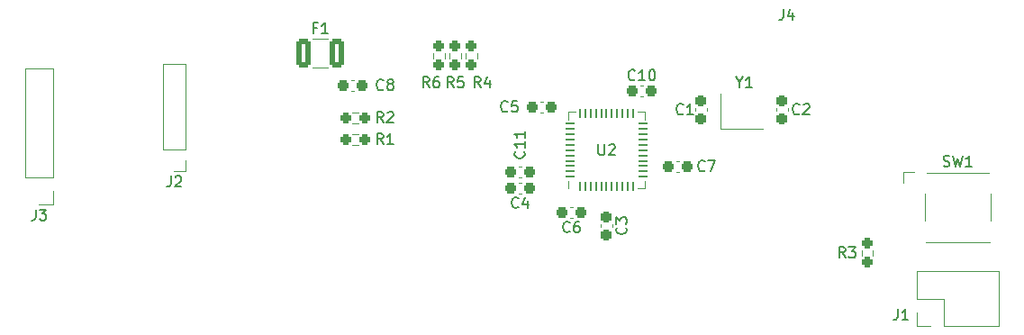
<source format=gto>
%TF.GenerationSoftware,KiCad,Pcbnew,7.0.7*%
%TF.CreationDate,2023-10-21T14:21:19+02:00*%
%TF.ProjectId,G84-4100,4738342d-3431-4303-902e-6b696361645f,rev?*%
%TF.SameCoordinates,Original*%
%TF.FileFunction,Legend,Top*%
%TF.FilePolarity,Positive*%
%FSLAX46Y46*%
G04 Gerber Fmt 4.6, Leading zero omitted, Abs format (unit mm)*
G04 Created by KiCad (PCBNEW 7.0.7) date 2023-10-21 14:21:19*
%MOMM*%
%LPD*%
G01*
G04 APERTURE LIST*
G04 Aperture macros list*
%AMRoundRect*
0 Rectangle with rounded corners*
0 $1 Rounding radius*
0 $2 $3 $4 $5 $6 $7 $8 $9 X,Y pos of 4 corners*
0 Add a 4 corners polygon primitive as box body*
4,1,4,$2,$3,$4,$5,$6,$7,$8,$9,$2,$3,0*
0 Add four circle primitives for the rounded corners*
1,1,$1+$1,$2,$3*
1,1,$1+$1,$4,$5*
1,1,$1+$1,$6,$7*
1,1,$1+$1,$8,$9*
0 Add four rect primitives between the rounded corners*
20,1,$1+$1,$2,$3,$4,$5,0*
20,1,$1+$1,$4,$5,$6,$7,0*
20,1,$1+$1,$6,$7,$8,$9,0*
20,1,$1+$1,$8,$9,$2,$3,0*%
G04 Aperture macros list end*
%ADD10C,0.150000*%
%ADD11C,0.120000*%
%ADD12C,0.300000*%
%ADD13RoundRect,0.237500X-0.300000X-0.237500X0.300000X-0.237500X0.300000X0.237500X-0.300000X0.237500X0*%
%ADD14C,3.200000*%
%ADD15RoundRect,0.237500X-0.237500X0.300000X-0.237500X-0.300000X0.237500X-0.300000X0.237500X0.300000X0*%
%ADD16R,1.700000X1.700000*%
%ADD17O,1.700000X1.700000*%
%ADD18RoundRect,0.237500X-0.237500X0.250000X-0.237500X-0.250000X0.237500X-0.250000X0.237500X0.250000X0*%
%ADD19R,1.600000X1.400000*%
%ADD20R,1.400000X1.200000*%
%ADD21RoundRect,0.237500X0.300000X0.237500X-0.300000X0.237500X-0.300000X-0.237500X0.300000X-0.237500X0*%
%ADD22RoundRect,0.237500X-0.250000X-0.237500X0.250000X-0.237500X0.250000X0.237500X-0.250000X0.237500X0*%
%ADD23RoundRect,0.237500X0.237500X-0.250000X0.237500X0.250000X-0.237500X0.250000X-0.237500X-0.250000X0*%
%ADD24RoundRect,0.250000X-0.400000X-1.075000X0.400000X-1.075000X0.400000X1.075000X-0.400000X1.075000X0*%
%ADD25R,1.350000X1.350000*%
%ADD26O,1.350000X1.350000*%
%ADD27RoundRect,0.062500X0.062500X-0.375000X0.062500X0.375000X-0.062500X0.375000X-0.062500X-0.375000X0*%
%ADD28RoundRect,0.062500X0.375000X-0.062500X0.375000X0.062500X-0.375000X0.062500X-0.375000X-0.062500X0*%
%ADD29R,1.000000X1.000000*%
%ADD30O,1.000000X1.000000*%
%ADD31RoundRect,0.237500X0.237500X-0.300000X0.237500X0.300000X-0.237500X0.300000X-0.237500X-0.300000X0*%
G04 APERTURE END LIST*
D10*
X157091142Y-67001580D02*
X157043523Y-67049200D01*
X157043523Y-67049200D02*
X156900666Y-67096819D01*
X156900666Y-67096819D02*
X156805428Y-67096819D01*
X156805428Y-67096819D02*
X156662571Y-67049200D01*
X156662571Y-67049200D02*
X156567333Y-66953961D01*
X156567333Y-66953961D02*
X156519714Y-66858723D01*
X156519714Y-66858723D02*
X156472095Y-66668247D01*
X156472095Y-66668247D02*
X156472095Y-66525390D01*
X156472095Y-66525390D02*
X156519714Y-66334914D01*
X156519714Y-66334914D02*
X156567333Y-66239676D01*
X156567333Y-66239676D02*
X156662571Y-66144438D01*
X156662571Y-66144438D02*
X156805428Y-66096819D01*
X156805428Y-66096819D02*
X156900666Y-66096819D01*
X156900666Y-66096819D02*
X157043523Y-66144438D01*
X157043523Y-66144438D02*
X157091142Y-66192057D01*
X158043523Y-67096819D02*
X157472095Y-67096819D01*
X157757809Y-67096819D02*
X157757809Y-66096819D01*
X157757809Y-66096819D02*
X157662571Y-66239676D01*
X157662571Y-66239676D02*
X157567333Y-66334914D01*
X157567333Y-66334914D02*
X157472095Y-66382533D01*
X158662571Y-66096819D02*
X158757809Y-66096819D01*
X158757809Y-66096819D02*
X158853047Y-66144438D01*
X158853047Y-66144438D02*
X158900666Y-66192057D01*
X158900666Y-66192057D02*
X158948285Y-66287295D01*
X158948285Y-66287295D02*
X158995904Y-66477771D01*
X158995904Y-66477771D02*
X158995904Y-66715866D01*
X158995904Y-66715866D02*
X158948285Y-66906342D01*
X158948285Y-66906342D02*
X158900666Y-67001580D01*
X158900666Y-67001580D02*
X158853047Y-67049200D01*
X158853047Y-67049200D02*
X158757809Y-67096819D01*
X158757809Y-67096819D02*
X158662571Y-67096819D01*
X158662571Y-67096819D02*
X158567333Y-67049200D01*
X158567333Y-67049200D02*
X158519714Y-67001580D01*
X158519714Y-67001580D02*
X158472095Y-66906342D01*
X158472095Y-66906342D02*
X158424476Y-66715866D01*
X158424476Y-66715866D02*
X158424476Y-66477771D01*
X158424476Y-66477771D02*
X158472095Y-66287295D01*
X158472095Y-66287295D02*
X158519714Y-66192057D01*
X158519714Y-66192057D02*
X158567333Y-66144438D01*
X158567333Y-66144438D02*
X158662571Y-66096819D01*
X172553333Y-70209580D02*
X172505714Y-70257200D01*
X172505714Y-70257200D02*
X172362857Y-70304819D01*
X172362857Y-70304819D02*
X172267619Y-70304819D01*
X172267619Y-70304819D02*
X172124762Y-70257200D01*
X172124762Y-70257200D02*
X172029524Y-70161961D01*
X172029524Y-70161961D02*
X171981905Y-70066723D01*
X171981905Y-70066723D02*
X171934286Y-69876247D01*
X171934286Y-69876247D02*
X171934286Y-69733390D01*
X171934286Y-69733390D02*
X171981905Y-69542914D01*
X171981905Y-69542914D02*
X172029524Y-69447676D01*
X172029524Y-69447676D02*
X172124762Y-69352438D01*
X172124762Y-69352438D02*
X172267619Y-69304819D01*
X172267619Y-69304819D02*
X172362857Y-69304819D01*
X172362857Y-69304819D02*
X172505714Y-69352438D01*
X172505714Y-69352438D02*
X172553333Y-69400057D01*
X172934286Y-69400057D02*
X172981905Y-69352438D01*
X172981905Y-69352438D02*
X173077143Y-69304819D01*
X173077143Y-69304819D02*
X173315238Y-69304819D01*
X173315238Y-69304819D02*
X173410476Y-69352438D01*
X173410476Y-69352438D02*
X173458095Y-69400057D01*
X173458095Y-69400057D02*
X173505714Y-69495295D01*
X173505714Y-69495295D02*
X173505714Y-69590533D01*
X173505714Y-69590533D02*
X173458095Y-69733390D01*
X173458095Y-69733390D02*
X172886667Y-70304819D01*
X172886667Y-70304819D02*
X173505714Y-70304819D01*
X100758666Y-79254819D02*
X100758666Y-79969104D01*
X100758666Y-79969104D02*
X100711047Y-80111961D01*
X100711047Y-80111961D02*
X100615809Y-80207200D01*
X100615809Y-80207200D02*
X100472952Y-80254819D01*
X100472952Y-80254819D02*
X100377714Y-80254819D01*
X101139619Y-79254819D02*
X101758666Y-79254819D01*
X101758666Y-79254819D02*
X101425333Y-79635771D01*
X101425333Y-79635771D02*
X101568190Y-79635771D01*
X101568190Y-79635771D02*
X101663428Y-79683390D01*
X101663428Y-79683390D02*
X101711047Y-79731009D01*
X101711047Y-79731009D02*
X101758666Y-79826247D01*
X101758666Y-79826247D02*
X101758666Y-80064342D01*
X101758666Y-80064342D02*
X101711047Y-80159580D01*
X101711047Y-80159580D02*
X101663428Y-80207200D01*
X101663428Y-80207200D02*
X101568190Y-80254819D01*
X101568190Y-80254819D02*
X101282476Y-80254819D01*
X101282476Y-80254819D02*
X101187238Y-80207200D01*
X101187238Y-80207200D02*
X101139619Y-80159580D01*
X176871333Y-83766819D02*
X176538000Y-83290628D01*
X176299905Y-83766819D02*
X176299905Y-82766819D01*
X176299905Y-82766819D02*
X176680857Y-82766819D01*
X176680857Y-82766819D02*
X176776095Y-82814438D01*
X176776095Y-82814438D02*
X176823714Y-82862057D01*
X176823714Y-82862057D02*
X176871333Y-82957295D01*
X176871333Y-82957295D02*
X176871333Y-83100152D01*
X176871333Y-83100152D02*
X176823714Y-83195390D01*
X176823714Y-83195390D02*
X176776095Y-83243009D01*
X176776095Y-83243009D02*
X176680857Y-83290628D01*
X176680857Y-83290628D02*
X176299905Y-83290628D01*
X177204667Y-82766819D02*
X177823714Y-82766819D01*
X177823714Y-82766819D02*
X177490381Y-83147771D01*
X177490381Y-83147771D02*
X177633238Y-83147771D01*
X177633238Y-83147771D02*
X177728476Y-83195390D01*
X177728476Y-83195390D02*
X177776095Y-83243009D01*
X177776095Y-83243009D02*
X177823714Y-83338247D01*
X177823714Y-83338247D02*
X177823714Y-83576342D01*
X177823714Y-83576342D02*
X177776095Y-83671580D01*
X177776095Y-83671580D02*
X177728476Y-83719200D01*
X177728476Y-83719200D02*
X177633238Y-83766819D01*
X177633238Y-83766819D02*
X177347524Y-83766819D01*
X177347524Y-83766819D02*
X177252286Y-83719200D01*
X177252286Y-83719200D02*
X177204667Y-83671580D01*
X186118667Y-75137200D02*
X186261524Y-75184819D01*
X186261524Y-75184819D02*
X186499619Y-75184819D01*
X186499619Y-75184819D02*
X186594857Y-75137200D01*
X186594857Y-75137200D02*
X186642476Y-75089580D01*
X186642476Y-75089580D02*
X186690095Y-74994342D01*
X186690095Y-74994342D02*
X186690095Y-74899104D01*
X186690095Y-74899104D02*
X186642476Y-74803866D01*
X186642476Y-74803866D02*
X186594857Y-74756247D01*
X186594857Y-74756247D02*
X186499619Y-74708628D01*
X186499619Y-74708628D02*
X186309143Y-74661009D01*
X186309143Y-74661009D02*
X186213905Y-74613390D01*
X186213905Y-74613390D02*
X186166286Y-74565771D01*
X186166286Y-74565771D02*
X186118667Y-74470533D01*
X186118667Y-74470533D02*
X186118667Y-74375295D01*
X186118667Y-74375295D02*
X186166286Y-74280057D01*
X186166286Y-74280057D02*
X186213905Y-74232438D01*
X186213905Y-74232438D02*
X186309143Y-74184819D01*
X186309143Y-74184819D02*
X186547238Y-74184819D01*
X186547238Y-74184819D02*
X186690095Y-74232438D01*
X187023429Y-74184819D02*
X187261524Y-75184819D01*
X187261524Y-75184819D02*
X187452000Y-74470533D01*
X187452000Y-74470533D02*
X187642476Y-75184819D01*
X187642476Y-75184819D02*
X187880572Y-74184819D01*
X188785333Y-75184819D02*
X188213905Y-75184819D01*
X188499619Y-75184819D02*
X188499619Y-74184819D01*
X188499619Y-74184819D02*
X188404381Y-74327676D01*
X188404381Y-74327676D02*
X188309143Y-74422914D01*
X188309143Y-74422914D02*
X188213905Y-74470533D01*
X166909809Y-67288628D02*
X166909809Y-67764819D01*
X166576476Y-66764819D02*
X166909809Y-67288628D01*
X166909809Y-67288628D02*
X167243142Y-66764819D01*
X168100285Y-67764819D02*
X167528857Y-67764819D01*
X167814571Y-67764819D02*
X167814571Y-66764819D01*
X167814571Y-66764819D02*
X167719333Y-66907676D01*
X167719333Y-66907676D02*
X167624095Y-67002914D01*
X167624095Y-67002914D02*
X167528857Y-67050533D01*
X150963333Y-81291580D02*
X150915714Y-81339200D01*
X150915714Y-81339200D02*
X150772857Y-81386819D01*
X150772857Y-81386819D02*
X150677619Y-81386819D01*
X150677619Y-81386819D02*
X150534762Y-81339200D01*
X150534762Y-81339200D02*
X150439524Y-81243961D01*
X150439524Y-81243961D02*
X150391905Y-81148723D01*
X150391905Y-81148723D02*
X150344286Y-80958247D01*
X150344286Y-80958247D02*
X150344286Y-80815390D01*
X150344286Y-80815390D02*
X150391905Y-80624914D01*
X150391905Y-80624914D02*
X150439524Y-80529676D01*
X150439524Y-80529676D02*
X150534762Y-80434438D01*
X150534762Y-80434438D02*
X150677619Y-80386819D01*
X150677619Y-80386819D02*
X150772857Y-80386819D01*
X150772857Y-80386819D02*
X150915714Y-80434438D01*
X150915714Y-80434438D02*
X150963333Y-80482057D01*
X151820476Y-80386819D02*
X151630000Y-80386819D01*
X151630000Y-80386819D02*
X151534762Y-80434438D01*
X151534762Y-80434438D02*
X151487143Y-80482057D01*
X151487143Y-80482057D02*
X151391905Y-80624914D01*
X151391905Y-80624914D02*
X151344286Y-80815390D01*
X151344286Y-80815390D02*
X151344286Y-81196342D01*
X151344286Y-81196342D02*
X151391905Y-81291580D01*
X151391905Y-81291580D02*
X151439524Y-81339200D01*
X151439524Y-81339200D02*
X151534762Y-81386819D01*
X151534762Y-81386819D02*
X151725238Y-81386819D01*
X151725238Y-81386819D02*
X151820476Y-81339200D01*
X151820476Y-81339200D02*
X151868095Y-81291580D01*
X151868095Y-81291580D02*
X151915714Y-81196342D01*
X151915714Y-81196342D02*
X151915714Y-80958247D01*
X151915714Y-80958247D02*
X151868095Y-80863009D01*
X151868095Y-80863009D02*
X151820476Y-80815390D01*
X151820476Y-80815390D02*
X151725238Y-80767771D01*
X151725238Y-80767771D02*
X151534762Y-80767771D01*
X151534762Y-80767771D02*
X151439524Y-80815390D01*
X151439524Y-80815390D02*
X151391905Y-80863009D01*
X151391905Y-80863009D02*
X151344286Y-80958247D01*
X133437333Y-71066819D02*
X133104000Y-70590628D01*
X132865905Y-71066819D02*
X132865905Y-70066819D01*
X132865905Y-70066819D02*
X133246857Y-70066819D01*
X133246857Y-70066819D02*
X133342095Y-70114438D01*
X133342095Y-70114438D02*
X133389714Y-70162057D01*
X133389714Y-70162057D02*
X133437333Y-70257295D01*
X133437333Y-70257295D02*
X133437333Y-70400152D01*
X133437333Y-70400152D02*
X133389714Y-70495390D01*
X133389714Y-70495390D02*
X133342095Y-70543009D01*
X133342095Y-70543009D02*
X133246857Y-70590628D01*
X133246857Y-70590628D02*
X132865905Y-70590628D01*
X133818286Y-70162057D02*
X133865905Y-70114438D01*
X133865905Y-70114438D02*
X133961143Y-70066819D01*
X133961143Y-70066819D02*
X134199238Y-70066819D01*
X134199238Y-70066819D02*
X134294476Y-70114438D01*
X134294476Y-70114438D02*
X134342095Y-70162057D01*
X134342095Y-70162057D02*
X134389714Y-70257295D01*
X134389714Y-70257295D02*
X134389714Y-70352533D01*
X134389714Y-70352533D02*
X134342095Y-70495390D01*
X134342095Y-70495390D02*
X133770667Y-71066819D01*
X133770667Y-71066819D02*
X134389714Y-71066819D01*
X145121333Y-69955580D02*
X145073714Y-70003200D01*
X145073714Y-70003200D02*
X144930857Y-70050819D01*
X144930857Y-70050819D02*
X144835619Y-70050819D01*
X144835619Y-70050819D02*
X144692762Y-70003200D01*
X144692762Y-70003200D02*
X144597524Y-69907961D01*
X144597524Y-69907961D02*
X144549905Y-69812723D01*
X144549905Y-69812723D02*
X144502286Y-69622247D01*
X144502286Y-69622247D02*
X144502286Y-69479390D01*
X144502286Y-69479390D02*
X144549905Y-69288914D01*
X144549905Y-69288914D02*
X144597524Y-69193676D01*
X144597524Y-69193676D02*
X144692762Y-69098438D01*
X144692762Y-69098438D02*
X144835619Y-69050819D01*
X144835619Y-69050819D02*
X144930857Y-69050819D01*
X144930857Y-69050819D02*
X145073714Y-69098438D01*
X145073714Y-69098438D02*
X145121333Y-69146057D01*
X146026095Y-69050819D02*
X145549905Y-69050819D01*
X145549905Y-69050819D02*
X145502286Y-69527009D01*
X145502286Y-69527009D02*
X145549905Y-69479390D01*
X145549905Y-69479390D02*
X145645143Y-69431771D01*
X145645143Y-69431771D02*
X145883238Y-69431771D01*
X145883238Y-69431771D02*
X145978476Y-69479390D01*
X145978476Y-69479390D02*
X146026095Y-69527009D01*
X146026095Y-69527009D02*
X146073714Y-69622247D01*
X146073714Y-69622247D02*
X146073714Y-69860342D01*
X146073714Y-69860342D02*
X146026095Y-69955580D01*
X146026095Y-69955580D02*
X145978476Y-70003200D01*
X145978476Y-70003200D02*
X145883238Y-70050819D01*
X145883238Y-70050819D02*
X145645143Y-70050819D01*
X145645143Y-70050819D02*
X145549905Y-70003200D01*
X145549905Y-70003200D02*
X145502286Y-69955580D01*
X146137333Y-79005580D02*
X146089714Y-79053200D01*
X146089714Y-79053200D02*
X145946857Y-79100819D01*
X145946857Y-79100819D02*
X145851619Y-79100819D01*
X145851619Y-79100819D02*
X145708762Y-79053200D01*
X145708762Y-79053200D02*
X145613524Y-78957961D01*
X145613524Y-78957961D02*
X145565905Y-78862723D01*
X145565905Y-78862723D02*
X145518286Y-78672247D01*
X145518286Y-78672247D02*
X145518286Y-78529390D01*
X145518286Y-78529390D02*
X145565905Y-78338914D01*
X145565905Y-78338914D02*
X145613524Y-78243676D01*
X145613524Y-78243676D02*
X145708762Y-78148438D01*
X145708762Y-78148438D02*
X145851619Y-78100819D01*
X145851619Y-78100819D02*
X145946857Y-78100819D01*
X145946857Y-78100819D02*
X146089714Y-78148438D01*
X146089714Y-78148438D02*
X146137333Y-78196057D01*
X146994476Y-78434152D02*
X146994476Y-79100819D01*
X146756381Y-78053200D02*
X146518286Y-78767485D01*
X146518286Y-78767485D02*
X147137333Y-78767485D01*
X146663580Y-73794857D02*
X146711200Y-73842476D01*
X146711200Y-73842476D02*
X146758819Y-73985333D01*
X146758819Y-73985333D02*
X146758819Y-74080571D01*
X146758819Y-74080571D02*
X146711200Y-74223428D01*
X146711200Y-74223428D02*
X146615961Y-74318666D01*
X146615961Y-74318666D02*
X146520723Y-74366285D01*
X146520723Y-74366285D02*
X146330247Y-74413904D01*
X146330247Y-74413904D02*
X146187390Y-74413904D01*
X146187390Y-74413904D02*
X145996914Y-74366285D01*
X145996914Y-74366285D02*
X145901676Y-74318666D01*
X145901676Y-74318666D02*
X145806438Y-74223428D01*
X145806438Y-74223428D02*
X145758819Y-74080571D01*
X145758819Y-74080571D02*
X145758819Y-73985333D01*
X145758819Y-73985333D02*
X145806438Y-73842476D01*
X145806438Y-73842476D02*
X145854057Y-73794857D01*
X146758819Y-72842476D02*
X146758819Y-73413904D01*
X146758819Y-73128190D02*
X145758819Y-73128190D01*
X145758819Y-73128190D02*
X145901676Y-73223428D01*
X145901676Y-73223428D02*
X145996914Y-73318666D01*
X145996914Y-73318666D02*
X146044533Y-73413904D01*
X146758819Y-71890095D02*
X146758819Y-72461523D01*
X146758819Y-72175809D02*
X145758819Y-72175809D01*
X145758819Y-72175809D02*
X145901676Y-72271047D01*
X145901676Y-72271047D02*
X145996914Y-72366285D01*
X145996914Y-72366285D02*
X146044533Y-72461523D01*
X163663333Y-75543580D02*
X163615714Y-75591200D01*
X163615714Y-75591200D02*
X163472857Y-75638819D01*
X163472857Y-75638819D02*
X163377619Y-75638819D01*
X163377619Y-75638819D02*
X163234762Y-75591200D01*
X163234762Y-75591200D02*
X163139524Y-75495961D01*
X163139524Y-75495961D02*
X163091905Y-75400723D01*
X163091905Y-75400723D02*
X163044286Y-75210247D01*
X163044286Y-75210247D02*
X163044286Y-75067390D01*
X163044286Y-75067390D02*
X163091905Y-74876914D01*
X163091905Y-74876914D02*
X163139524Y-74781676D01*
X163139524Y-74781676D02*
X163234762Y-74686438D01*
X163234762Y-74686438D02*
X163377619Y-74638819D01*
X163377619Y-74638819D02*
X163472857Y-74638819D01*
X163472857Y-74638819D02*
X163615714Y-74686438D01*
X163615714Y-74686438D02*
X163663333Y-74734057D01*
X163996667Y-74638819D02*
X164663333Y-74638819D01*
X164663333Y-74638819D02*
X164234762Y-75638819D01*
X181784666Y-88608819D02*
X181784666Y-89323104D01*
X181784666Y-89323104D02*
X181737047Y-89465961D01*
X181737047Y-89465961D02*
X181641809Y-89561200D01*
X181641809Y-89561200D02*
X181498952Y-89608819D01*
X181498952Y-89608819D02*
X181403714Y-89608819D01*
X182784666Y-89608819D02*
X182213238Y-89608819D01*
X182498952Y-89608819D02*
X182498952Y-88608819D01*
X182498952Y-88608819D02*
X182403714Y-88751676D01*
X182403714Y-88751676D02*
X182308476Y-88846914D01*
X182308476Y-88846914D02*
X182213238Y-88894533D01*
X142581333Y-67764819D02*
X142248000Y-67288628D01*
X142009905Y-67764819D02*
X142009905Y-66764819D01*
X142009905Y-66764819D02*
X142390857Y-66764819D01*
X142390857Y-66764819D02*
X142486095Y-66812438D01*
X142486095Y-66812438D02*
X142533714Y-66860057D01*
X142533714Y-66860057D02*
X142581333Y-66955295D01*
X142581333Y-66955295D02*
X142581333Y-67098152D01*
X142581333Y-67098152D02*
X142533714Y-67193390D01*
X142533714Y-67193390D02*
X142486095Y-67241009D01*
X142486095Y-67241009D02*
X142390857Y-67288628D01*
X142390857Y-67288628D02*
X142009905Y-67288628D01*
X143438476Y-67098152D02*
X143438476Y-67764819D01*
X143200381Y-66717200D02*
X142962286Y-67431485D01*
X142962286Y-67431485D02*
X143581333Y-67431485D01*
X137755333Y-67764819D02*
X137422000Y-67288628D01*
X137183905Y-67764819D02*
X137183905Y-66764819D01*
X137183905Y-66764819D02*
X137564857Y-66764819D01*
X137564857Y-66764819D02*
X137660095Y-66812438D01*
X137660095Y-66812438D02*
X137707714Y-66860057D01*
X137707714Y-66860057D02*
X137755333Y-66955295D01*
X137755333Y-66955295D02*
X137755333Y-67098152D01*
X137755333Y-67098152D02*
X137707714Y-67193390D01*
X137707714Y-67193390D02*
X137660095Y-67241009D01*
X137660095Y-67241009D02*
X137564857Y-67288628D01*
X137564857Y-67288628D02*
X137183905Y-67288628D01*
X138612476Y-66764819D02*
X138422000Y-66764819D01*
X138422000Y-66764819D02*
X138326762Y-66812438D01*
X138326762Y-66812438D02*
X138279143Y-66860057D01*
X138279143Y-66860057D02*
X138183905Y-67002914D01*
X138183905Y-67002914D02*
X138136286Y-67193390D01*
X138136286Y-67193390D02*
X138136286Y-67574342D01*
X138136286Y-67574342D02*
X138183905Y-67669580D01*
X138183905Y-67669580D02*
X138231524Y-67717200D01*
X138231524Y-67717200D02*
X138326762Y-67764819D01*
X138326762Y-67764819D02*
X138517238Y-67764819D01*
X138517238Y-67764819D02*
X138612476Y-67717200D01*
X138612476Y-67717200D02*
X138660095Y-67669580D01*
X138660095Y-67669580D02*
X138707714Y-67574342D01*
X138707714Y-67574342D02*
X138707714Y-67336247D01*
X138707714Y-67336247D02*
X138660095Y-67241009D01*
X138660095Y-67241009D02*
X138612476Y-67193390D01*
X138612476Y-67193390D02*
X138517238Y-67145771D01*
X138517238Y-67145771D02*
X138326762Y-67145771D01*
X138326762Y-67145771D02*
X138231524Y-67193390D01*
X138231524Y-67193390D02*
X138183905Y-67241009D01*
X138183905Y-67241009D02*
X138136286Y-67336247D01*
X127174666Y-62167009D02*
X126841333Y-62167009D01*
X126841333Y-62690819D02*
X126841333Y-61690819D01*
X126841333Y-61690819D02*
X127317523Y-61690819D01*
X128222285Y-62690819D02*
X127650857Y-62690819D01*
X127936571Y-62690819D02*
X127936571Y-61690819D01*
X127936571Y-61690819D02*
X127841333Y-61833676D01*
X127841333Y-61833676D02*
X127746095Y-61928914D01*
X127746095Y-61928914D02*
X127650857Y-61976533D01*
X133437333Y-73098819D02*
X133104000Y-72622628D01*
X132865905Y-73098819D02*
X132865905Y-72098819D01*
X132865905Y-72098819D02*
X133246857Y-72098819D01*
X133246857Y-72098819D02*
X133342095Y-72146438D01*
X133342095Y-72146438D02*
X133389714Y-72194057D01*
X133389714Y-72194057D02*
X133437333Y-72289295D01*
X133437333Y-72289295D02*
X133437333Y-72432152D01*
X133437333Y-72432152D02*
X133389714Y-72527390D01*
X133389714Y-72527390D02*
X133342095Y-72575009D01*
X133342095Y-72575009D02*
X133246857Y-72622628D01*
X133246857Y-72622628D02*
X132865905Y-72622628D01*
X134389714Y-73098819D02*
X133818286Y-73098819D01*
X134104000Y-73098819D02*
X134104000Y-72098819D01*
X134104000Y-72098819D02*
X134008762Y-72241676D01*
X134008762Y-72241676D02*
X133913524Y-72336914D01*
X133913524Y-72336914D02*
X133818286Y-72384533D01*
X140041333Y-67764819D02*
X139708000Y-67288628D01*
X139469905Y-67764819D02*
X139469905Y-66764819D01*
X139469905Y-66764819D02*
X139850857Y-66764819D01*
X139850857Y-66764819D02*
X139946095Y-66812438D01*
X139946095Y-66812438D02*
X139993714Y-66860057D01*
X139993714Y-66860057D02*
X140041333Y-66955295D01*
X140041333Y-66955295D02*
X140041333Y-67098152D01*
X140041333Y-67098152D02*
X139993714Y-67193390D01*
X139993714Y-67193390D02*
X139946095Y-67241009D01*
X139946095Y-67241009D02*
X139850857Y-67288628D01*
X139850857Y-67288628D02*
X139469905Y-67288628D01*
X140946095Y-66764819D02*
X140469905Y-66764819D01*
X140469905Y-66764819D02*
X140422286Y-67241009D01*
X140422286Y-67241009D02*
X140469905Y-67193390D01*
X140469905Y-67193390D02*
X140565143Y-67145771D01*
X140565143Y-67145771D02*
X140803238Y-67145771D01*
X140803238Y-67145771D02*
X140898476Y-67193390D01*
X140898476Y-67193390D02*
X140946095Y-67241009D01*
X140946095Y-67241009D02*
X140993714Y-67336247D01*
X140993714Y-67336247D02*
X140993714Y-67574342D01*
X140993714Y-67574342D02*
X140946095Y-67669580D01*
X140946095Y-67669580D02*
X140898476Y-67717200D01*
X140898476Y-67717200D02*
X140803238Y-67764819D01*
X140803238Y-67764819D02*
X140565143Y-67764819D01*
X140565143Y-67764819D02*
X140469905Y-67717200D01*
X140469905Y-67717200D02*
X140422286Y-67669580D01*
X133437333Y-67923580D02*
X133389714Y-67971200D01*
X133389714Y-67971200D02*
X133246857Y-68018819D01*
X133246857Y-68018819D02*
X133151619Y-68018819D01*
X133151619Y-68018819D02*
X133008762Y-67971200D01*
X133008762Y-67971200D02*
X132913524Y-67875961D01*
X132913524Y-67875961D02*
X132865905Y-67780723D01*
X132865905Y-67780723D02*
X132818286Y-67590247D01*
X132818286Y-67590247D02*
X132818286Y-67447390D01*
X132818286Y-67447390D02*
X132865905Y-67256914D01*
X132865905Y-67256914D02*
X132913524Y-67161676D01*
X132913524Y-67161676D02*
X133008762Y-67066438D01*
X133008762Y-67066438D02*
X133151619Y-67018819D01*
X133151619Y-67018819D02*
X133246857Y-67018819D01*
X133246857Y-67018819D02*
X133389714Y-67066438D01*
X133389714Y-67066438D02*
X133437333Y-67114057D01*
X134008762Y-67447390D02*
X133913524Y-67399771D01*
X133913524Y-67399771D02*
X133865905Y-67352152D01*
X133865905Y-67352152D02*
X133818286Y-67256914D01*
X133818286Y-67256914D02*
X133818286Y-67209295D01*
X133818286Y-67209295D02*
X133865905Y-67114057D01*
X133865905Y-67114057D02*
X133913524Y-67066438D01*
X133913524Y-67066438D02*
X134008762Y-67018819D01*
X134008762Y-67018819D02*
X134199238Y-67018819D01*
X134199238Y-67018819D02*
X134294476Y-67066438D01*
X134294476Y-67066438D02*
X134342095Y-67114057D01*
X134342095Y-67114057D02*
X134389714Y-67209295D01*
X134389714Y-67209295D02*
X134389714Y-67256914D01*
X134389714Y-67256914D02*
X134342095Y-67352152D01*
X134342095Y-67352152D02*
X134294476Y-67399771D01*
X134294476Y-67399771D02*
X134199238Y-67447390D01*
X134199238Y-67447390D02*
X134008762Y-67447390D01*
X134008762Y-67447390D02*
X133913524Y-67495009D01*
X133913524Y-67495009D02*
X133865905Y-67542628D01*
X133865905Y-67542628D02*
X133818286Y-67637866D01*
X133818286Y-67637866D02*
X133818286Y-67828342D01*
X133818286Y-67828342D02*
X133865905Y-67923580D01*
X133865905Y-67923580D02*
X133913524Y-67971200D01*
X133913524Y-67971200D02*
X134008762Y-68018819D01*
X134008762Y-68018819D02*
X134199238Y-68018819D01*
X134199238Y-68018819D02*
X134294476Y-67971200D01*
X134294476Y-67971200D02*
X134342095Y-67923580D01*
X134342095Y-67923580D02*
X134389714Y-67828342D01*
X134389714Y-67828342D02*
X134389714Y-67637866D01*
X134389714Y-67637866D02*
X134342095Y-67542628D01*
X134342095Y-67542628D02*
X134294476Y-67495009D01*
X134294476Y-67495009D02*
X134199238Y-67447390D01*
X113458666Y-76094819D02*
X113458666Y-76809104D01*
X113458666Y-76809104D02*
X113411047Y-76951961D01*
X113411047Y-76951961D02*
X113315809Y-77047200D01*
X113315809Y-77047200D02*
X113172952Y-77094819D01*
X113172952Y-77094819D02*
X113077714Y-77094819D01*
X113887238Y-76190057D02*
X113934857Y-76142438D01*
X113934857Y-76142438D02*
X114030095Y-76094819D01*
X114030095Y-76094819D02*
X114268190Y-76094819D01*
X114268190Y-76094819D02*
X114363428Y-76142438D01*
X114363428Y-76142438D02*
X114411047Y-76190057D01*
X114411047Y-76190057D02*
X114458666Y-76285295D01*
X114458666Y-76285295D02*
X114458666Y-76380533D01*
X114458666Y-76380533D02*
X114411047Y-76523390D01*
X114411047Y-76523390D02*
X113839619Y-77094819D01*
X113839619Y-77094819D02*
X114458666Y-77094819D01*
X153670095Y-73114819D02*
X153670095Y-73924342D01*
X153670095Y-73924342D02*
X153717714Y-74019580D01*
X153717714Y-74019580D02*
X153765333Y-74067200D01*
X153765333Y-74067200D02*
X153860571Y-74114819D01*
X153860571Y-74114819D02*
X154051047Y-74114819D01*
X154051047Y-74114819D02*
X154146285Y-74067200D01*
X154146285Y-74067200D02*
X154193904Y-74019580D01*
X154193904Y-74019580D02*
X154241523Y-73924342D01*
X154241523Y-73924342D02*
X154241523Y-73114819D01*
X154670095Y-73210057D02*
X154717714Y-73162438D01*
X154717714Y-73162438D02*
X154812952Y-73114819D01*
X154812952Y-73114819D02*
X155051047Y-73114819D01*
X155051047Y-73114819D02*
X155146285Y-73162438D01*
X155146285Y-73162438D02*
X155193904Y-73210057D01*
X155193904Y-73210057D02*
X155241523Y-73305295D01*
X155241523Y-73305295D02*
X155241523Y-73400533D01*
X155241523Y-73400533D02*
X155193904Y-73543390D01*
X155193904Y-73543390D02*
X154622476Y-74114819D01*
X154622476Y-74114819D02*
X155241523Y-74114819D01*
X171033666Y-60414819D02*
X171033666Y-61129104D01*
X171033666Y-61129104D02*
X170986047Y-61271961D01*
X170986047Y-61271961D02*
X170890809Y-61367200D01*
X170890809Y-61367200D02*
X170747952Y-61414819D01*
X170747952Y-61414819D02*
X170652714Y-61414819D01*
X171938428Y-60748152D02*
X171938428Y-61414819D01*
X171700333Y-60367200D02*
X171462238Y-61081485D01*
X171462238Y-61081485D02*
X172081285Y-61081485D01*
X156221580Y-80938666D02*
X156269200Y-80986285D01*
X156269200Y-80986285D02*
X156316819Y-81129142D01*
X156316819Y-81129142D02*
X156316819Y-81224380D01*
X156316819Y-81224380D02*
X156269200Y-81367237D01*
X156269200Y-81367237D02*
X156173961Y-81462475D01*
X156173961Y-81462475D02*
X156078723Y-81510094D01*
X156078723Y-81510094D02*
X155888247Y-81557713D01*
X155888247Y-81557713D02*
X155745390Y-81557713D01*
X155745390Y-81557713D02*
X155554914Y-81510094D01*
X155554914Y-81510094D02*
X155459676Y-81462475D01*
X155459676Y-81462475D02*
X155364438Y-81367237D01*
X155364438Y-81367237D02*
X155316819Y-81224380D01*
X155316819Y-81224380D02*
X155316819Y-81129142D01*
X155316819Y-81129142D02*
X155364438Y-80986285D01*
X155364438Y-80986285D02*
X155412057Y-80938666D01*
X155316819Y-80605332D02*
X155316819Y-79986285D01*
X155316819Y-79986285D02*
X155697771Y-80319618D01*
X155697771Y-80319618D02*
X155697771Y-80176761D01*
X155697771Y-80176761D02*
X155745390Y-80081523D01*
X155745390Y-80081523D02*
X155793009Y-80033904D01*
X155793009Y-80033904D02*
X155888247Y-79986285D01*
X155888247Y-79986285D02*
X156126342Y-79986285D01*
X156126342Y-79986285D02*
X156221580Y-80033904D01*
X156221580Y-80033904D02*
X156269200Y-80081523D01*
X156269200Y-80081523D02*
X156316819Y-80176761D01*
X156316819Y-80176761D02*
X156316819Y-80462475D01*
X156316819Y-80462475D02*
X156269200Y-80557713D01*
X156269200Y-80557713D02*
X156221580Y-80605332D01*
X161631333Y-70209580D02*
X161583714Y-70257200D01*
X161583714Y-70257200D02*
X161440857Y-70304819D01*
X161440857Y-70304819D02*
X161345619Y-70304819D01*
X161345619Y-70304819D02*
X161202762Y-70257200D01*
X161202762Y-70257200D02*
X161107524Y-70161961D01*
X161107524Y-70161961D02*
X161059905Y-70066723D01*
X161059905Y-70066723D02*
X161012286Y-69876247D01*
X161012286Y-69876247D02*
X161012286Y-69733390D01*
X161012286Y-69733390D02*
X161059905Y-69542914D01*
X161059905Y-69542914D02*
X161107524Y-69447676D01*
X161107524Y-69447676D02*
X161202762Y-69352438D01*
X161202762Y-69352438D02*
X161345619Y-69304819D01*
X161345619Y-69304819D02*
X161440857Y-69304819D01*
X161440857Y-69304819D02*
X161583714Y-69352438D01*
X161583714Y-69352438D02*
X161631333Y-69400057D01*
X162583714Y-70304819D02*
X162012286Y-70304819D01*
X162298000Y-70304819D02*
X162298000Y-69304819D01*
X162298000Y-69304819D02*
X162202762Y-69447676D01*
X162202762Y-69447676D02*
X162107524Y-69542914D01*
X162107524Y-69542914D02*
X162012286Y-69590533D01*
D11*
%TO.C,C10*%
X157587733Y-67562000D02*
X157880267Y-67562000D01*
X157587733Y-68582000D02*
X157880267Y-68582000D01*
%TO.C,C2*%
X171452000Y-69703733D02*
X171452000Y-69996267D01*
X170432000Y-69703733D02*
X170432000Y-69996267D01*
%TO.C,J3*%
X102422000Y-78800000D02*
X101092000Y-78800000D01*
X102422000Y-77470000D02*
X102422000Y-78800000D01*
X102422000Y-76200000D02*
X102422000Y-65980000D01*
X102422000Y-76200000D02*
X99762000Y-76200000D01*
X102422000Y-65980000D02*
X99762000Y-65980000D01*
X99762000Y-76200000D02*
X99762000Y-65980000D01*
%TO.C,R3*%
X179442000Y-83057276D02*
X179442000Y-83566724D01*
X178397000Y-83057276D02*
X178397000Y-83566724D01*
%TO.C,SW1*%
X182352000Y-75730000D02*
X183352000Y-75730000D01*
X182352000Y-76730000D02*
X182352000Y-75730000D01*
X184352000Y-77730000D02*
X184352000Y-80330000D01*
X190352000Y-75780000D02*
X184552000Y-75780000D01*
X190452000Y-82280000D02*
X184452000Y-82280000D01*
X190552000Y-77730000D02*
X190552000Y-80330000D01*
%TO.C,Y1*%
X165132000Y-68320000D02*
X165132000Y-71620000D01*
X165132000Y-71620000D02*
X169132000Y-71620000D01*
%TO.C,C6*%
X151276267Y-80012000D02*
X150983733Y-80012000D01*
X151276267Y-78992000D02*
X150983733Y-78992000D01*
%TO.C,R2*%
X130555276Y-70089500D02*
X131064724Y-70089500D01*
X130555276Y-71134500D02*
X131064724Y-71134500D01*
%TO.C,C5*%
X148482267Y-70106000D02*
X148189733Y-70106000D01*
X148482267Y-69086000D02*
X148189733Y-69086000D01*
%TO.C,C4*%
X146450267Y-77726000D02*
X146157733Y-77726000D01*
X146450267Y-76706000D02*
X146157733Y-76706000D01*
%TO.C,C11*%
X146450267Y-76202000D02*
X146157733Y-76202000D01*
X146450267Y-75182000D02*
X146157733Y-75182000D01*
%TO.C,C7*%
X160990233Y-74674000D02*
X161282767Y-74674000D01*
X160990233Y-75694000D02*
X161282767Y-75694000D01*
%TO.C,J1*%
X183582000Y-90230000D02*
X183582000Y-88900000D01*
X184912000Y-90230000D02*
X183582000Y-90230000D01*
X186182000Y-90230000D02*
X191322000Y-90230000D01*
X186182000Y-90230000D02*
X186182000Y-87630000D01*
X191322000Y-90230000D02*
X191322000Y-85030000D01*
X183582000Y-87630000D02*
X183582000Y-85030000D01*
X186182000Y-87630000D02*
X183582000Y-87630000D01*
X183582000Y-85030000D02*
X191322000Y-85030000D01*
%TO.C,R4*%
X141209500Y-65024724D02*
X141209500Y-64515276D01*
X142254500Y-65024724D02*
X142254500Y-64515276D01*
%TO.C,R6*%
X138161500Y-65024724D02*
X138161500Y-64515276D01*
X139206500Y-65024724D02*
X139206500Y-64515276D01*
%TO.C,F1*%
X126784263Y-63161000D02*
X128231737Y-63161000D01*
X126784263Y-65871000D02*
X128231737Y-65871000D01*
%TO.C,R1*%
X130555276Y-72121500D02*
X131064724Y-72121500D01*
X130555276Y-73166500D02*
X131064724Y-73166500D01*
%TO.C,R5*%
X139685500Y-65024724D02*
X139685500Y-64515276D01*
X140730500Y-65024724D02*
X140730500Y-64515276D01*
%TO.C,C8*%
X130702267Y-68074000D02*
X130409733Y-68074000D01*
X130702267Y-67054000D02*
X130409733Y-67054000D01*
%TO.C,J2*%
X114852000Y-75640000D02*
X113792000Y-75640000D01*
X114852000Y-74580000D02*
X114852000Y-75640000D01*
X114852000Y-73580000D02*
X114852000Y-65520000D01*
X114852000Y-73580000D02*
X112732000Y-73580000D01*
X114852000Y-65520000D02*
X112732000Y-65520000D01*
X112732000Y-73580000D02*
X112732000Y-65520000D01*
%TO.C,U2*%
X158042000Y-77270000D02*
X157317000Y-77270000D01*
X150822000Y-76545000D02*
X150822000Y-77270000D01*
X158042000Y-76545000D02*
X158042000Y-77270000D01*
X150822000Y-70775000D02*
X150822000Y-70050000D01*
X158042000Y-70775000D02*
X158042000Y-70050000D01*
X150822000Y-70050000D02*
X151547000Y-70050000D01*
X158042000Y-70050000D02*
X157317000Y-70050000D01*
%TO.C,C3*%
X154942000Y-80625733D02*
X154942000Y-80918267D01*
X153922000Y-80625733D02*
X153922000Y-80918267D01*
%TO.C,C1*%
X162812000Y-69996267D02*
X162812000Y-69703733D01*
X163832000Y-69996267D02*
X163832000Y-69703733D01*
%TD*%
%LPC*%
D12*
X105988225Y-84222257D02*
X105845368Y-84150828D01*
X105845368Y-84150828D02*
X105631082Y-84150828D01*
X105631082Y-84150828D02*
X105416796Y-84222257D01*
X105416796Y-84222257D02*
X105273939Y-84365114D01*
X105273939Y-84365114D02*
X105202510Y-84507971D01*
X105202510Y-84507971D02*
X105131082Y-84793685D01*
X105131082Y-84793685D02*
X105131082Y-85007971D01*
X105131082Y-85007971D02*
X105202510Y-85293685D01*
X105202510Y-85293685D02*
X105273939Y-85436542D01*
X105273939Y-85436542D02*
X105416796Y-85579400D01*
X105416796Y-85579400D02*
X105631082Y-85650828D01*
X105631082Y-85650828D02*
X105773939Y-85650828D01*
X105773939Y-85650828D02*
X105988225Y-85579400D01*
X105988225Y-85579400D02*
X106059653Y-85507971D01*
X106059653Y-85507971D02*
X106059653Y-85007971D01*
X106059653Y-85007971D02*
X105773939Y-85007971D01*
X106916796Y-84793685D02*
X106773939Y-84722257D01*
X106773939Y-84722257D02*
X106702510Y-84650828D01*
X106702510Y-84650828D02*
X106631082Y-84507971D01*
X106631082Y-84507971D02*
X106631082Y-84436542D01*
X106631082Y-84436542D02*
X106702510Y-84293685D01*
X106702510Y-84293685D02*
X106773939Y-84222257D01*
X106773939Y-84222257D02*
X106916796Y-84150828D01*
X106916796Y-84150828D02*
X107202510Y-84150828D01*
X107202510Y-84150828D02*
X107345368Y-84222257D01*
X107345368Y-84222257D02*
X107416796Y-84293685D01*
X107416796Y-84293685D02*
X107488225Y-84436542D01*
X107488225Y-84436542D02*
X107488225Y-84507971D01*
X107488225Y-84507971D02*
X107416796Y-84650828D01*
X107416796Y-84650828D02*
X107345368Y-84722257D01*
X107345368Y-84722257D02*
X107202510Y-84793685D01*
X107202510Y-84793685D02*
X106916796Y-84793685D01*
X106916796Y-84793685D02*
X106773939Y-84865114D01*
X106773939Y-84865114D02*
X106702510Y-84936542D01*
X106702510Y-84936542D02*
X106631082Y-85079400D01*
X106631082Y-85079400D02*
X106631082Y-85365114D01*
X106631082Y-85365114D02*
X106702510Y-85507971D01*
X106702510Y-85507971D02*
X106773939Y-85579400D01*
X106773939Y-85579400D02*
X106916796Y-85650828D01*
X106916796Y-85650828D02*
X107202510Y-85650828D01*
X107202510Y-85650828D02*
X107345368Y-85579400D01*
X107345368Y-85579400D02*
X107416796Y-85507971D01*
X107416796Y-85507971D02*
X107488225Y-85365114D01*
X107488225Y-85365114D02*
X107488225Y-85079400D01*
X107488225Y-85079400D02*
X107416796Y-84936542D01*
X107416796Y-84936542D02*
X107345368Y-84865114D01*
X107345368Y-84865114D02*
X107202510Y-84793685D01*
X108773939Y-84650828D02*
X108773939Y-85650828D01*
X108416796Y-84079400D02*
X108059653Y-85150828D01*
X108059653Y-85150828D02*
X108988224Y-85150828D01*
X109559652Y-85079400D02*
X110702510Y-85079400D01*
X112059653Y-84650828D02*
X112059653Y-85650828D01*
X111702510Y-84079400D02*
X111345367Y-85150828D01*
X111345367Y-85150828D02*
X112273938Y-85150828D01*
X113631081Y-85650828D02*
X112773938Y-85650828D01*
X113202509Y-85650828D02*
X113202509Y-84150828D01*
X113202509Y-84150828D02*
X113059652Y-84365114D01*
X113059652Y-84365114D02*
X112916795Y-84507971D01*
X112916795Y-84507971D02*
X112773938Y-84579400D01*
X114559652Y-84150828D02*
X114702509Y-84150828D01*
X114702509Y-84150828D02*
X114845366Y-84222257D01*
X114845366Y-84222257D02*
X114916795Y-84293685D01*
X114916795Y-84293685D02*
X114988223Y-84436542D01*
X114988223Y-84436542D02*
X115059652Y-84722257D01*
X115059652Y-84722257D02*
X115059652Y-85079400D01*
X115059652Y-85079400D02*
X114988223Y-85365114D01*
X114988223Y-85365114D02*
X114916795Y-85507971D01*
X114916795Y-85507971D02*
X114845366Y-85579400D01*
X114845366Y-85579400D02*
X114702509Y-85650828D01*
X114702509Y-85650828D02*
X114559652Y-85650828D01*
X114559652Y-85650828D02*
X114416795Y-85579400D01*
X114416795Y-85579400D02*
X114345366Y-85507971D01*
X114345366Y-85507971D02*
X114273937Y-85365114D01*
X114273937Y-85365114D02*
X114202509Y-85079400D01*
X114202509Y-85079400D02*
X114202509Y-84722257D01*
X114202509Y-84722257D02*
X114273937Y-84436542D01*
X114273937Y-84436542D02*
X114345366Y-84293685D01*
X114345366Y-84293685D02*
X114416795Y-84222257D01*
X114416795Y-84222257D02*
X114559652Y-84150828D01*
X115988223Y-84150828D02*
X116131080Y-84150828D01*
X116131080Y-84150828D02*
X116273937Y-84222257D01*
X116273937Y-84222257D02*
X116345366Y-84293685D01*
X116345366Y-84293685D02*
X116416794Y-84436542D01*
X116416794Y-84436542D02*
X116488223Y-84722257D01*
X116488223Y-84722257D02*
X116488223Y-85079400D01*
X116488223Y-85079400D02*
X116416794Y-85365114D01*
X116416794Y-85365114D02*
X116345366Y-85507971D01*
X116345366Y-85507971D02*
X116273937Y-85579400D01*
X116273937Y-85579400D02*
X116131080Y-85650828D01*
X116131080Y-85650828D02*
X115988223Y-85650828D01*
X115988223Y-85650828D02*
X115845366Y-85579400D01*
X115845366Y-85579400D02*
X115773937Y-85507971D01*
X115773937Y-85507971D02*
X115702508Y-85365114D01*
X115702508Y-85365114D02*
X115631080Y-85079400D01*
X115631080Y-85079400D02*
X115631080Y-84722257D01*
X115631080Y-84722257D02*
X115702508Y-84436542D01*
X115702508Y-84436542D02*
X115773937Y-84293685D01*
X115773937Y-84293685D02*
X115845366Y-84222257D01*
X115845366Y-84222257D02*
X115988223Y-84150828D01*
X119273936Y-85793685D02*
X119131079Y-85722257D01*
X119131079Y-85722257D02*
X118988222Y-85579400D01*
X118988222Y-85579400D02*
X118773936Y-85365114D01*
X118773936Y-85365114D02*
X118631079Y-85293685D01*
X118631079Y-85293685D02*
X118488222Y-85293685D01*
X118559651Y-85650828D02*
X118416794Y-85579400D01*
X118416794Y-85579400D02*
X118273936Y-85436542D01*
X118273936Y-85436542D02*
X118202508Y-85150828D01*
X118202508Y-85150828D02*
X118202508Y-84650828D01*
X118202508Y-84650828D02*
X118273936Y-84365114D01*
X118273936Y-84365114D02*
X118416794Y-84222257D01*
X118416794Y-84222257D02*
X118559651Y-84150828D01*
X118559651Y-84150828D02*
X118845365Y-84150828D01*
X118845365Y-84150828D02*
X118988222Y-84222257D01*
X118988222Y-84222257D02*
X119131079Y-84365114D01*
X119131079Y-84365114D02*
X119202508Y-84650828D01*
X119202508Y-84650828D02*
X119202508Y-85150828D01*
X119202508Y-85150828D02*
X119131079Y-85436542D01*
X119131079Y-85436542D02*
X118988222Y-85579400D01*
X118988222Y-85579400D02*
X118845365Y-85650828D01*
X118845365Y-85650828D02*
X118559651Y-85650828D01*
X119845365Y-85650828D02*
X119845365Y-84150828D01*
X119845365Y-84150828D02*
X120345365Y-85222257D01*
X120345365Y-85222257D02*
X120845365Y-84150828D01*
X120845365Y-84150828D02*
X120845365Y-85650828D01*
X121559651Y-85650828D02*
X121559651Y-84150828D01*
X122416794Y-85650828D02*
X121773937Y-84793685D01*
X122416794Y-84150828D02*
X121559651Y-85007971D01*
X124059651Y-84650828D02*
X124416794Y-85650828D01*
X124416794Y-85650828D02*
X124773937Y-84650828D01*
X126131080Y-85650828D02*
X125273937Y-85650828D01*
X125702508Y-85650828D02*
X125702508Y-84150828D01*
X125702508Y-84150828D02*
X125559651Y-84365114D01*
X125559651Y-84365114D02*
X125416794Y-84507971D01*
X125416794Y-84507971D02*
X125273937Y-84579400D01*
X126773936Y-85507971D02*
X126845365Y-85579400D01*
X126845365Y-85579400D02*
X126773936Y-85650828D01*
X126773936Y-85650828D02*
X126702508Y-85579400D01*
X126702508Y-85579400D02*
X126773936Y-85507971D01*
X126773936Y-85507971D02*
X126773936Y-85650828D01*
X128273937Y-85650828D02*
X127416794Y-85650828D01*
X127845365Y-85650828D02*
X127845365Y-84150828D01*
X127845365Y-84150828D02*
X127702508Y-84365114D01*
X127702508Y-84365114D02*
X127559651Y-84507971D01*
X127559651Y-84507971D02*
X127416794Y-84579400D01*
X105202510Y-88065828D02*
X105202510Y-86565828D01*
X105202510Y-87137257D02*
X105345368Y-87065828D01*
X105345368Y-87065828D02*
X105631082Y-87065828D01*
X105631082Y-87065828D02*
X105773939Y-87137257D01*
X105773939Y-87137257D02*
X105845368Y-87208685D01*
X105845368Y-87208685D02*
X105916796Y-87351542D01*
X105916796Y-87351542D02*
X105916796Y-87780114D01*
X105916796Y-87780114D02*
X105845368Y-87922971D01*
X105845368Y-87922971D02*
X105773939Y-87994400D01*
X105773939Y-87994400D02*
X105631082Y-88065828D01*
X105631082Y-88065828D02*
X105345368Y-88065828D01*
X105345368Y-88065828D02*
X105202510Y-87994400D01*
X106416796Y-87065828D02*
X106773939Y-88065828D01*
X107131082Y-87065828D02*
X106773939Y-88065828D01*
X106773939Y-88065828D02*
X106631082Y-88422971D01*
X106631082Y-88422971D02*
X106559653Y-88494400D01*
X106559653Y-88494400D02*
X106416796Y-88565828D01*
X109702510Y-87922971D02*
X109631082Y-87994400D01*
X109631082Y-87994400D02*
X109416796Y-88065828D01*
X109416796Y-88065828D02*
X109273939Y-88065828D01*
X109273939Y-88065828D02*
X109059653Y-87994400D01*
X109059653Y-87994400D02*
X108916796Y-87851542D01*
X108916796Y-87851542D02*
X108845367Y-87708685D01*
X108845367Y-87708685D02*
X108773939Y-87422971D01*
X108773939Y-87422971D02*
X108773939Y-87208685D01*
X108773939Y-87208685D02*
X108845367Y-86922971D01*
X108845367Y-86922971D02*
X108916796Y-86780114D01*
X108916796Y-86780114D02*
X109059653Y-86637257D01*
X109059653Y-86637257D02*
X109273939Y-86565828D01*
X109273939Y-86565828D02*
X109416796Y-86565828D01*
X109416796Y-86565828D02*
X109631082Y-86637257D01*
X109631082Y-86637257D02*
X109702510Y-86708685D01*
X110559653Y-88065828D02*
X110416796Y-87994400D01*
X110416796Y-87994400D02*
X110345367Y-87922971D01*
X110345367Y-87922971D02*
X110273939Y-87780114D01*
X110273939Y-87780114D02*
X110273939Y-87351542D01*
X110273939Y-87351542D02*
X110345367Y-87208685D01*
X110345367Y-87208685D02*
X110416796Y-87137257D01*
X110416796Y-87137257D02*
X110559653Y-87065828D01*
X110559653Y-87065828D02*
X110773939Y-87065828D01*
X110773939Y-87065828D02*
X110916796Y-87137257D01*
X110916796Y-87137257D02*
X110988225Y-87208685D01*
X110988225Y-87208685D02*
X111059653Y-87351542D01*
X111059653Y-87351542D02*
X111059653Y-87780114D01*
X111059653Y-87780114D02*
X110988225Y-87922971D01*
X110988225Y-87922971D02*
X110916796Y-87994400D01*
X110916796Y-87994400D02*
X110773939Y-88065828D01*
X110773939Y-88065828D02*
X110559653Y-88065828D01*
X111631082Y-87994400D02*
X111845368Y-88065828D01*
X111845368Y-88065828D02*
X112202510Y-88065828D01*
X112202510Y-88065828D02*
X112345368Y-87994400D01*
X112345368Y-87994400D02*
X112416796Y-87922971D01*
X112416796Y-87922971D02*
X112488225Y-87780114D01*
X112488225Y-87780114D02*
X112488225Y-87637257D01*
X112488225Y-87637257D02*
X112416796Y-87494400D01*
X112416796Y-87494400D02*
X112345368Y-87422971D01*
X112345368Y-87422971D02*
X112202510Y-87351542D01*
X112202510Y-87351542D02*
X111916796Y-87280114D01*
X111916796Y-87280114D02*
X111773939Y-87208685D01*
X111773939Y-87208685D02*
X111702510Y-87137257D01*
X111702510Y-87137257D02*
X111631082Y-86994400D01*
X111631082Y-86994400D02*
X111631082Y-86851542D01*
X111631082Y-86851542D02*
X111702510Y-86708685D01*
X111702510Y-86708685D02*
X111773939Y-86637257D01*
X111773939Y-86637257D02*
X111916796Y-86565828D01*
X111916796Y-86565828D02*
X112273939Y-86565828D01*
X112273939Y-86565828D02*
X112488225Y-86637257D01*
X113773939Y-88065828D02*
X113773939Y-87280114D01*
X113773939Y-87280114D02*
X113702510Y-87137257D01*
X113702510Y-87137257D02*
X113559653Y-87065828D01*
X113559653Y-87065828D02*
X113273939Y-87065828D01*
X113273939Y-87065828D02*
X113131081Y-87137257D01*
X113773939Y-87994400D02*
X113631081Y-88065828D01*
X113631081Y-88065828D02*
X113273939Y-88065828D01*
X113273939Y-88065828D02*
X113131081Y-87994400D01*
X113131081Y-87994400D02*
X113059653Y-87851542D01*
X113059653Y-87851542D02*
X113059653Y-87708685D01*
X113059653Y-87708685D02*
X113131081Y-87565828D01*
X113131081Y-87565828D02*
X113273939Y-87494400D01*
X113273939Y-87494400D02*
X113631081Y-87494400D01*
X113631081Y-87494400D02*
X113773939Y-87422971D01*
X114488224Y-88065828D02*
X114488224Y-87065828D01*
X114488224Y-86565828D02*
X114416796Y-86637257D01*
X114416796Y-86637257D02*
X114488224Y-86708685D01*
X114488224Y-86708685D02*
X114559653Y-86637257D01*
X114559653Y-86637257D02*
X114488224Y-86565828D01*
X114488224Y-86565828D02*
X114488224Y-86708685D01*
X115416796Y-88065828D02*
X115273939Y-87994400D01*
X115273939Y-87994400D02*
X115202510Y-87851542D01*
X115202510Y-87851542D02*
X115202510Y-86565828D01*
X116559653Y-87994400D02*
X116416796Y-88065828D01*
X116416796Y-88065828D02*
X116131082Y-88065828D01*
X116131082Y-88065828D02*
X115988224Y-87994400D01*
X115988224Y-87994400D02*
X115916796Y-87851542D01*
X115916796Y-87851542D02*
X115916796Y-87280114D01*
X115916796Y-87280114D02*
X115988224Y-87137257D01*
X115988224Y-87137257D02*
X116131082Y-87065828D01*
X116131082Y-87065828D02*
X116416796Y-87065828D01*
X116416796Y-87065828D02*
X116559653Y-87137257D01*
X116559653Y-87137257D02*
X116631082Y-87280114D01*
X116631082Y-87280114D02*
X116631082Y-87422971D01*
X116631082Y-87422971D02*
X115916796Y-87565828D01*
X117273938Y-88065828D02*
X117273938Y-87065828D01*
X117273938Y-87351542D02*
X117345367Y-87208685D01*
X117345367Y-87208685D02*
X117416796Y-87137257D01*
X117416796Y-87137257D02*
X117559653Y-87065828D01*
X117559653Y-87065828D02*
X117702510Y-87065828D01*
D13*
%TO.C,C10*%
X156871500Y-68072000D03*
X158596500Y-68072000D03*
%TD*%
D14*
%TO.C,H1*%
X96012000Y-87630000D03*
%TD*%
D15*
%TO.C,C2*%
X170942000Y-68987500D03*
X170942000Y-70712500D03*
%TD*%
D16*
%TO.C,J3*%
X101092000Y-77470000D03*
D17*
X101092000Y-74930000D03*
X101092000Y-72390000D03*
X101092000Y-69850000D03*
X101092000Y-67310000D03*
%TD*%
D18*
%TO.C,R3*%
X178919500Y-82399500D03*
X178919500Y-84224500D03*
%TD*%
D19*
%TO.C,SW1*%
X183452000Y-76780000D03*
X191452000Y-76780000D03*
X183452000Y-81280000D03*
X191452000Y-81280000D03*
%TD*%
D20*
%TO.C,Y1*%
X166032000Y-70820000D03*
X168232000Y-70820000D03*
X168232000Y-69120000D03*
X166032000Y-69120000D03*
%TD*%
D21*
%TO.C,C6*%
X151992500Y-79502000D03*
X150267500Y-79502000D03*
%TD*%
D22*
%TO.C,R2*%
X129897500Y-70612000D03*
X131722500Y-70612000D03*
%TD*%
D21*
%TO.C,C5*%
X149198500Y-69596000D03*
X147473500Y-69596000D03*
%TD*%
%TO.C,C4*%
X147166500Y-77216000D03*
X145441500Y-77216000D03*
%TD*%
D14*
%TO.C,H2*%
X195072000Y-62230000D03*
%TD*%
D21*
%TO.C,C11*%
X147166500Y-75692000D03*
X145441500Y-75692000D03*
%TD*%
D13*
%TO.C,C7*%
X160274000Y-75184000D03*
X161999000Y-75184000D03*
%TD*%
D16*
%TO.C,J1*%
X184912000Y-88900000D03*
D17*
X184912000Y-86360000D03*
X187452000Y-88900000D03*
X187452000Y-86360000D03*
X189992000Y-88900000D03*
X189992000Y-86360000D03*
%TD*%
D23*
%TO.C,R4*%
X141732000Y-65682500D03*
X141732000Y-63857500D03*
%TD*%
%TO.C,R6*%
X138684000Y-65682500D03*
X138684000Y-63857500D03*
%TD*%
D24*
%TO.C,F1*%
X125958000Y-64516000D03*
X129058000Y-64516000D03*
%TD*%
D22*
%TO.C,R1*%
X129897500Y-72644000D03*
X131722500Y-72644000D03*
%TD*%
D23*
%TO.C,R5*%
X140208000Y-65682500D03*
X140208000Y-63857500D03*
%TD*%
D21*
%TO.C,C8*%
X131418500Y-67564000D03*
X129693500Y-67564000D03*
%TD*%
D25*
%TO.C,J2*%
X113792000Y-74580000D03*
D26*
X113792000Y-72580000D03*
X113792000Y-70580000D03*
X113792000Y-68580000D03*
X113792000Y-66580000D03*
%TD*%
D27*
%TO.C,U2*%
X151932000Y-77097500D03*
X152432000Y-77097500D03*
X152932000Y-77097500D03*
X153432000Y-77097500D03*
X153932000Y-77097500D03*
X154432000Y-77097500D03*
X154932000Y-77097500D03*
X155432000Y-77097500D03*
X155932000Y-77097500D03*
X156432000Y-77097500D03*
X156932000Y-77097500D03*
D28*
X157869500Y-76160000D03*
X157869500Y-75660000D03*
X157869500Y-75160000D03*
X157869500Y-74660000D03*
X157869500Y-74160000D03*
X157869500Y-73660000D03*
X157869500Y-73160000D03*
X157869500Y-72660000D03*
X157869500Y-72160000D03*
X157869500Y-71660000D03*
X157869500Y-71160000D03*
D27*
X156932000Y-70222500D03*
X156432000Y-70222500D03*
X155932000Y-70222500D03*
X155432000Y-70222500D03*
X154932000Y-70222500D03*
X154432000Y-70222500D03*
X153932000Y-70222500D03*
X153432000Y-70222500D03*
X152932000Y-70222500D03*
X152432000Y-70222500D03*
X151932000Y-70222500D03*
D28*
X150994500Y-71160000D03*
X150994500Y-71660000D03*
X150994500Y-72160000D03*
X150994500Y-72660000D03*
X150994500Y-73160000D03*
X150994500Y-73660000D03*
X150994500Y-74160000D03*
X150994500Y-74660000D03*
X150994500Y-75160000D03*
X150994500Y-75660000D03*
X150994500Y-76160000D03*
%TD*%
D29*
%TO.C,J4*%
X169672000Y-60960000D03*
D30*
X168402000Y-60960000D03*
X167132000Y-60960000D03*
X165862000Y-60960000D03*
X164592000Y-60960000D03*
X163322000Y-60960000D03*
X162052000Y-60960000D03*
X160782000Y-60960000D03*
X159512000Y-60960000D03*
X158242000Y-60960000D03*
X156972000Y-60960000D03*
X155702000Y-60960000D03*
X154432000Y-60960000D03*
X153162000Y-60960000D03*
X151892000Y-60960000D03*
X150622000Y-60960000D03*
X149352000Y-60960000D03*
X148082000Y-60960000D03*
X146812000Y-60960000D03*
X145542000Y-60960000D03*
X144272000Y-60960000D03*
X143002000Y-60960000D03*
X141732000Y-60960000D03*
X140462000Y-60960000D03*
X139192000Y-60960000D03*
X137922000Y-60960000D03*
X136652000Y-60960000D03*
X135382000Y-60960000D03*
%TD*%
D15*
%TO.C,C3*%
X154432000Y-79909500D03*
X154432000Y-81634500D03*
%TD*%
D31*
%TO.C,C1*%
X163322000Y-70712500D03*
X163322000Y-68987500D03*
%TD*%
%LPD*%
M02*

</source>
